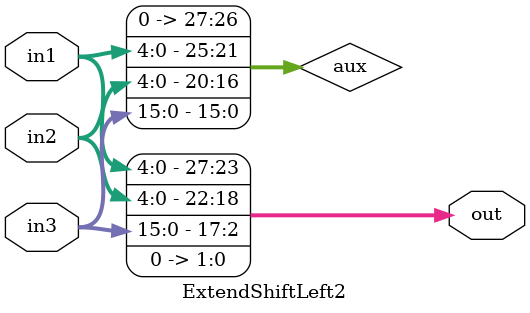
<source format=v>
module ExtendShiftLeft2(
    input wire [4:0] in1,
    input wire [4:0] in2,
    input wire [15:0] in3,
    output wire [27:0] out
);
    wire [27:0] aux; 
    assign aux[27:0] = {{2'b00},in1,in2 ,in3};
    assign out = aux << 2; 

endmodule
</source>
